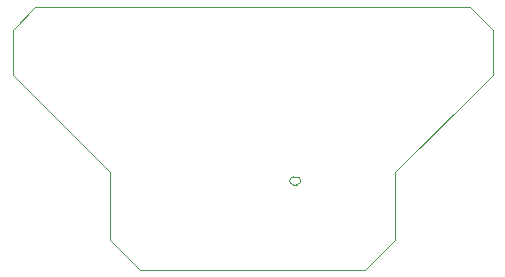
<source format=gbr>
%TF.GenerationSoftware,KiCad,Pcbnew,7.0.5*%
%TF.CreationDate,2024-02-15T12:52:28-05:00*%
%TF.ProjectId,SaberCord_Copy_Male,53616265-7243-46f7-9264-5f436f70795f,rev?*%
%TF.SameCoordinates,Original*%
%TF.FileFunction,Profile,NP*%
%FSLAX46Y46*%
G04 Gerber Fmt 4.6, Leading zero omitted, Abs format (unit mm)*
G04 Created by KiCad (PCBNEW 7.0.5) date 2024-02-15 12:52:28*
%MOMM*%
%LPD*%
G01*
G04 APERTURE LIST*
%TA.AperFunction,Profile*%
%ADD10C,0.100000*%
%TD*%
%TA.AperFunction,Profile*%
%ADD11C,0.010000*%
%TD*%
G04 APERTURE END LIST*
D10*
X158750000Y-73660000D02*
X160655000Y-75565000D01*
X160655000Y-75565000D02*
X160655000Y-79375000D01*
X140335000Y-73660000D02*
X158750000Y-73660000D01*
X121920000Y-73660000D02*
X140335000Y-73660000D01*
X120015000Y-79375000D02*
X120015000Y-75565000D01*
X160655000Y-79375000D02*
X159385000Y-80645000D01*
X120015000Y-75565000D02*
X121920000Y-73660000D01*
X128270000Y-87630000D02*
X128270000Y-93345000D01*
X159385000Y-80645000D02*
X152400000Y-87630000D01*
X152400000Y-87630000D02*
X152400000Y-93345000D01*
X140335000Y-95885000D02*
X130810000Y-95885000D01*
X121285000Y-80645000D02*
X120015000Y-79375000D01*
X149860000Y-95885000D02*
X140335000Y-95885000D01*
X130810000Y-95885000D02*
X128270000Y-93345000D01*
X128270000Y-87630000D02*
X121285000Y-80645000D01*
X152400000Y-93345000D02*
X149860000Y-95885000D01*
D11*
%TO.C,J2*%
X143785000Y-88015000D02*
X144085000Y-88015000D01*
X144085000Y-88665000D02*
X143785000Y-88665000D01*
X143785000Y-88015000D02*
G75*
G03*
X143460000Y-88340000I0J-325000D01*
G01*
X143460000Y-88340000D02*
G75*
G03*
X143785000Y-88665000I325000J0D01*
G01*
X144410000Y-88340000D02*
G75*
G03*
X144085000Y-88015000I-325000J0D01*
G01*
X144085000Y-88665000D02*
G75*
G03*
X144410000Y-88340000I0J325000D01*
G01*
%TD*%
M02*

</source>
